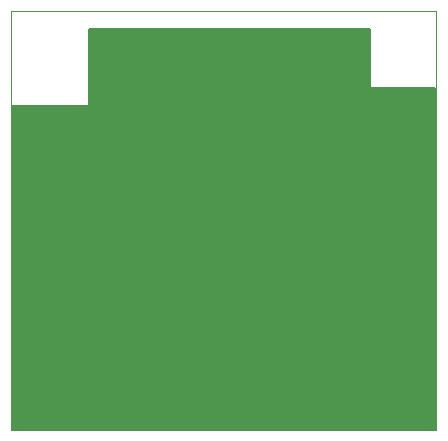
<source format=gbr>
%TF.GenerationSoftware,KiCad,Pcbnew,8.0.1*%
%TF.CreationDate,2024-03-24T14:38:36+02:00*%
%TF.ProjectId,project,70726f6a-6563-4742-9e6b-696361645f70,rev?*%
%TF.SameCoordinates,Original*%
%TF.FileFunction,Profile,NP*%
%FSLAX46Y46*%
G04 Gerber Fmt 4.6, Leading zero omitted, Abs format (unit mm)*
G04 Created by KiCad (PCBNEW 8.0.1) date 2024-03-24 14:38:36*
%MOMM*%
%LPD*%
G01*
G04 APERTURE LIST*
%TA.AperFunction,Profile*%
%ADD10C,0.100000*%
%TD*%
G04 APERTURE END LIST*
D10*
X49500000Y-99000000D02*
X85500000Y-99000000D01*
X85500000Y-134500000D01*
X49500000Y-134500000D01*
X49500000Y-99000000D01*
G36*
X79943039Y-100519685D02*
G01*
X79988794Y-100572489D01*
X80000000Y-100624000D01*
X80000000Y-105500000D01*
X85376000Y-105500000D01*
X85443039Y-105519685D01*
X85488794Y-105572489D01*
X85500000Y-105624000D01*
X85500000Y-134376000D01*
X85480315Y-134443039D01*
X85427511Y-134488794D01*
X85376000Y-134500000D01*
X49624000Y-134500000D01*
X49556961Y-134480315D01*
X49511206Y-134427511D01*
X49500000Y-134376000D01*
X49500000Y-107124000D01*
X49519685Y-107056961D01*
X49572489Y-107011206D01*
X49624000Y-107000000D01*
X56000000Y-107000000D01*
X56000000Y-100624000D01*
X56019685Y-100556961D01*
X56072489Y-100511206D01*
X56124000Y-100500000D01*
X79876000Y-100500000D01*
X79943039Y-100519685D01*
G37*
M02*

</source>
